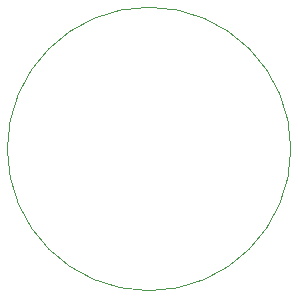
<source format=gko>
%TF.GenerationSoftware,KiCad,Pcbnew,(5.1.8)-1*%
%TF.CreationDate,2020-11-23T23:28:54+01:00*%
%TF.ProjectId,KLinPump_PCB,4b4c696e-5075-46d7-905f-5043422e6b69,rev?*%
%TF.SameCoordinates,PX6a9eec0PY52f83c0*%
%TF.FileFunction,Profile,NP*%
%FSLAX46Y46*%
G04 Gerber Fmt 4.6, Leading zero omitted, Abs format (unit mm)*
G04 Created by KiCad (PCBNEW (5.1.8)-1) date 2020-11-23 23:28:54*
%MOMM*%
%LPD*%
G01*
G04 APERTURE LIST*
%TA.AperFunction,Profile*%
%ADD10C,0.038100*%
%TD*%
G04 APERTURE END LIST*
D10*
X24450000Y-13000000D02*
G75*
G03*
X24450000Y-13000000I-12000000J0D01*
G01*
M02*

</source>
